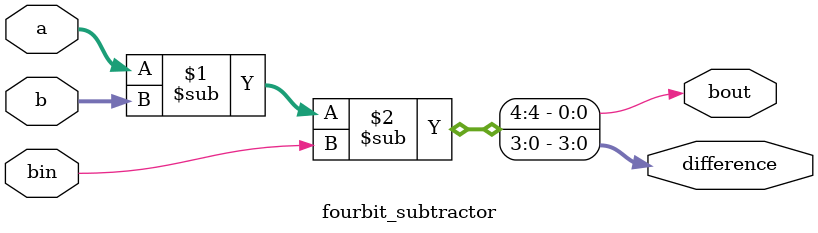
<source format=v>
module fourbit_subtractor(a,b,bin,bout,difference);
    input [3:0]a,b;
    input bin;
    output [3:0]difference;
    output bout;
    assign {bout,difference}=a-b-bin;
endmodule

</source>
